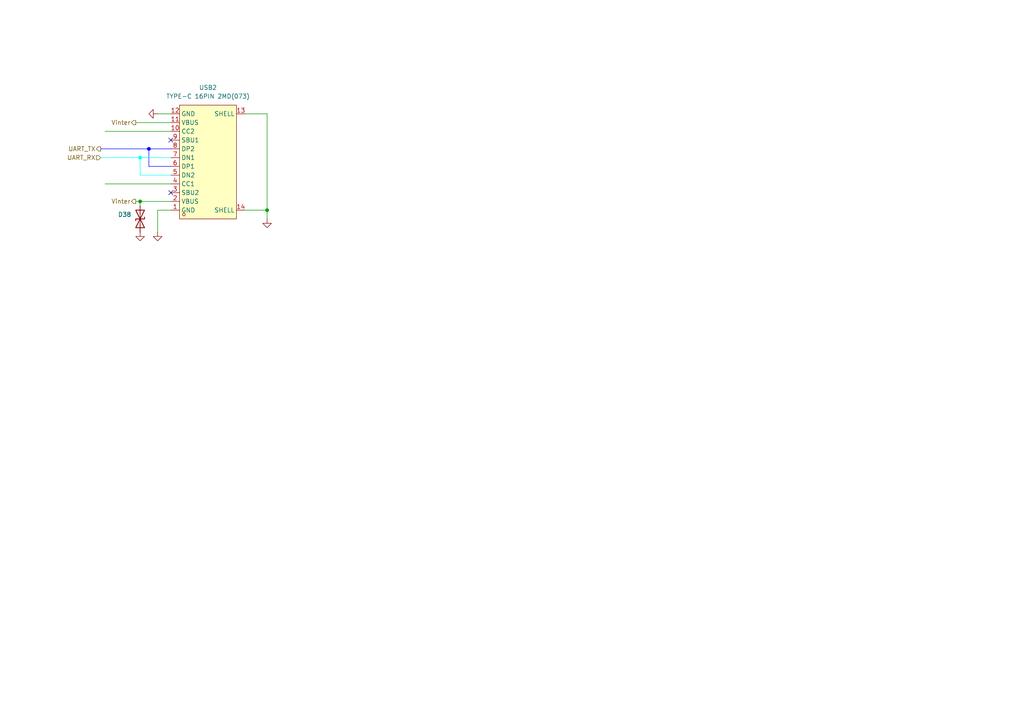
<source format=kicad_sch>
(kicad_sch (version 20231120) (generator "eeschema") (generator_version "8.0")
  (paper "A4")
  (title_block (title "Simple Keyboard") (date "2025-02-09") (rev "0") (company "Daniel Pérez (steewBSD)"))
  (lib_symbols
    (symbol "Device:D_TVS" (pin_numbers hide) (pin_names (offset 1.016) hide)
      (property "Reference" "D" (at 0 2.54 0))
      (property "Value" "D_TVS" (at 0 -2.54 0))
      (symbol "D_TVS_0_1"
        (polyline (pts (xy 1.27 0) (xy -1.27 0)))
        (polyline (pts (xy 0.508 1.27) (xy 0 1.27) (xy 0 -1.27) (xy -0.508 -1.27)) (stroke (width 0.254)))
        (polyline (pts (xy -2.54 1.27) (xy -2.54 -1.27) (xy 2.54 1.27) (xy 2.54 -1.27) (xy -2.54 1.27)) (stroke (width 0.254)))
      )
      (symbol "D_TVS_1_1"
        (pin passive line (at -3.81 0 0) (length 2.54) (name "A1") (number "1"))
        (pin passive line (at 3.81 0 180) (length 2.54) (name "A2") (number "2"))
      )
    )
    (symbol "easyeda2kicad:TYPE-C16PIN2MD(073)"
      (property "Reference" "USB" (at 0 19.05 0))
      (property "Value" "TYPE-C 16PIN 2MD(073)" (at 0 -19.05 0))
      (symbol "TYPE-C16PIN2MD(073)_0_1"
        (rectangle (start -8.89 16.51) (end 7.62 -16.51) (fill (type background)))
        (circle (center -7.62 15.24) (radius 0.38))
        (pin unspecified line (at -11.43 13.97 0) (length 2.54) (name "GND") (number "1"))
        (pin unspecified line (at -11.43 -8.89 0) (length 2.54) (name "CC2") (number "10"))
        (pin unspecified line (at -11.43 -11.43 0) (length 2.54) (name "VBUS") (number "11"))
        (pin unspecified line (at -11.43 -13.97 0) (length 2.54) (name "GND") (number "12"))
        (pin unspecified line (at 10.16 -13.97 180) (length 2.54) (name "SHELL") (number "13"))
        (pin unspecified line (at 10.16 13.97 180) (length 2.54) (name "SHELL") (number "14"))
        (pin unspecified line (at -11.43 11.43 0) (length 2.54) (name "VBUS") (number "2"))
        (pin unspecified line (at -11.43 8.89 0) (length 2.54) (name "SBU2") (number "3"))
        (pin unspecified line (at -11.43 6.35 0) (length 2.54) (name "CC1") (number "4"))
        (pin unspecified line (at -11.43 3.81 0) (length 2.54) (name "DN2") (number "5"))
        (pin unspecified line (at -11.43 1.27 0) (length 2.54) (name "DP1") (number "6"))
        (pin unspecified line (at -11.43 -1.27 0) (length 2.54) (name "DN1") (number "7"))
        (pin unspecified line (at -11.43 -3.81 0) (length 2.54) (name "DP2") (number "8"))
        (pin unspecified line (at -11.43 -6.35 0) (length 2.54) (name "SBU1") (number "9"))
      )
    )
    (symbol "power:GND" (power) (pin_numbers hide) (pin_names (offset 0) hide)
      (property "Value" "GND" (at 0 -3.81 0))
      (symbol "GND_0_1"
        (polyline (pts (xy 0 0) (xy 0 -1.27) (xy 1.27 -1.27) (xy 0 -2.54) (xy -1.27 -1.27) (xy 0 -1.27)))
      )
      (symbol "GND_1_1"
        (pin power_in line (at 0 0 270) (length 0) (name "~") (number "1"))
      )
    )
  )
  (junction (at 77.47 60.96))
  (junction (at 43.18 43.18) (color 0 0 255 1))
  (junction (at 40.64 58.42))
  (junction (at 40.64 45.72) (color 0 255 255 1))
  (no_connect (at 49.53 40.64))
  (no_connect (at 49.53 55.88))
  (wire (pts (xy 29.21 43.18) (xy 43.18 43.18)) (stroke (width 0) (color 0 0 255 1)))
  (wire (pts (xy 29.21 45.72) (xy 40.64 45.72)) (stroke (width 0) (color 0 255 255 1)))
  (wire (pts (xy 49.53 58.42) (xy 40.64 58.42)))
  (wire (pts (xy 43.18 43.18) (xy 49.53 43.18)) (stroke (width 0) (color 0 0 255 1)))
  (wire (pts (xy 45.72 67.31) (xy 45.72 60.96)))
  (wire (pts (xy 40.64 50.8) (xy 49.53 50.8)) (stroke (width 0) (color 0 255 255 1)))
  (wire (pts (xy 40.64 58.42) (xy 39.37 58.42)))
  (wire (pts (xy 49.53 53.34) (xy 30.48 53.34)))
  (wire (pts (xy 77.47 60.96) (xy 77.47 63.5)))
  (wire (pts (xy 77.47 33.02) (xy 71.12 33.02)))
  (wire (pts (xy 49.53 33.02) (xy 45.72 33.02)))
  (wire (pts (xy 49.53 38.1) (xy 30.48 38.1)))
  (wire (pts (xy 77.47 33.02) (xy 77.47 60.96)))
  (wire (pts (xy 49.53 35.56) (xy 39.37 35.56)))
  (wire (pts (xy 43.18 48.26) (xy 49.53 48.26)) (stroke (width 0) (color 0 0 255 1)))
  (wire (pts (xy 71.12 60.96) (xy 77.47 60.96)))
  (wire (pts (xy 40.64 58.42) (xy 40.64 59.69)))
  (wire (pts (xy 45.72 60.96) (xy 49.53 60.96)))
  (wire (pts (xy 40.64 45.72) (xy 49.53 45.72)) (stroke (width 0) (color 0 255 255 1)))
  (wire (pts (xy 43.18 48.26) (xy 43.18 43.18)) (stroke (width 0) (color 0 0 255 1)))
  (wire (pts (xy 40.64 50.8) (xy 40.64 45.72)) (stroke (width 0) (color 0 255 255 1)))
  (hierarchical_label "Vinter" (shape output) (at 39.37 58.42 180))
  (hierarchical_label "UART_TX" (shape output) (at 29.21 43.18 180))
  (hierarchical_label "Vinter" (shape output) (at 39.37 35.56 180))
  (hierarchical_label "UART_RX" (shape input) (at 29.21 45.72 180))
  (symbol (lib_id "Device:D_TVS") (at 40.64 63.5 270) (mirror x) (unit 1)
    (property "Reference" "D38" (at 38.1 62.2299 90) (effects (justify right)))
    (property "Value" "CPDUR5V0HE-HF" (effects (hide yes)))
    (property "Footprint" "Diode_SMD:D_0603_1608Metric_Pad1.05x0.95mm_HandSolder" (effects (hide yes)))
    (property "Description" "Bidirectional transient-voltage-suppression diode" (effects (hide yes)))
    (property "InvenTree" "58" (effects (hide yes)))
  )
  (symbol (lib_id "power:GND") (at 45.72 67.31 0) (mirror y) (unit 1)
    (property "Reference" "#PWR042" (effects (hide yes)))
    (property "Value" "GND" (effects (hide yes)))
    (property "Description" "Power symbol creates a global label with name \"GND\" , ground" (effects (hide yes)))
  )
  (symbol (lib_id "power:GND") (at 45.72 33.02 270) (mirror x) (unit 1)
    (property "Reference" "#PWR040" (effects (hide yes)))
    (property "Value" "GND" (effects (hide yes)))
    (property "Description" "Power symbol creates a global label with name \"GND\" , ground" (effects (hide yes)))
  )
  (symbol (lib_id "easyeda2kicad:TYPE-C16PIN2MD(073)") (at 60.96 46.99 0) (mirror x) (unit 1)
    (property "Reference" "USB2" (at 60.325 25.4 0))
    (property "Value" "TYPE-C 16PIN 2MD(073)" (at 60.325 27.94 0))
    (property "Footprint" "easyeda2kicad:USB-C-SMD_TYPE-C-6PIN-2MD-073" (effects (hide yes)))
    (property "LCSC Part" "C2765186" (effects (hide yes)))
    (property "InvenTree" "50" (effects (hide yes)))
  )
  (symbol (lib_id "power:GND") (at 77.47 63.5 0) (mirror y) (unit 1)
    (property "Reference" "#PWR039" (effects (hide yes)))
    (property "Value" "GND" (effects (hide yes)))
    (property "Description" "Power symbol creates a global label with name \"GND\" , ground" (effects (hide yes)))
  )
  (symbol (lib_id "power:GND") (at 40.64 67.31 0) (mirror y) (unit 1)
    (property "Reference" "#PWR043" (effects (hide yes)))
    (property "Value" "GND" (effects (hide yes)))
    (property "Description" "Power symbol creates a global label with name \"GND\" , ground" (effects (hide yes)))
  )
)
</source>
